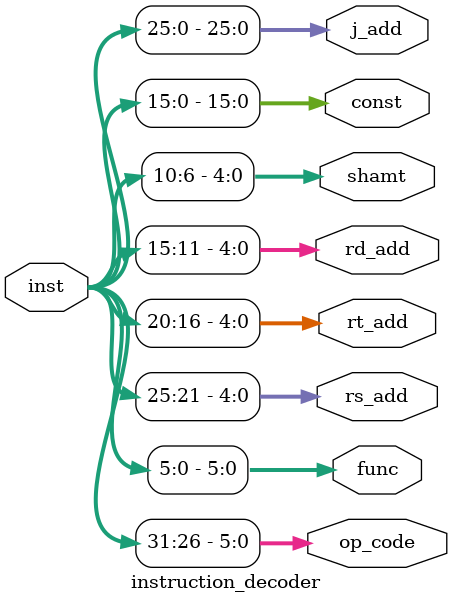
<source format=v>
module instruction_decoder(inst, op_code, rs_add, rt_add, rd_add, shamt, func, const, j_add);
input [31:0] inst;
output [5:0] op_code, func;
output [4:0] rs_add, rt_add, rd_add, shamt;
output [15:0] const;
output [25:0] j_add;
assign op_code=inst[31:26];
assign rs_add=inst[25:21];
assign rt_add=inst[20:16];
assign rd_add=inst[15:11];
assign shamt=inst[10:6];
assign func=inst[5:0];
assign const=inst[15:0];
assign j_add=inst[25:0];
endmodule
</source>
